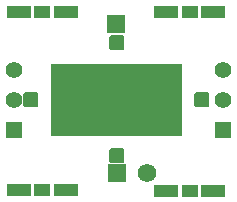
<source format=gbr>
%TF.GenerationSoftware,Altium Limited,Altium Designer,21.8.1 (53)*%
G04 Layer_Color=8388736*
%FSLAX26Y26*%
%MOIN*%
%TF.SameCoordinates,2531CBD8-4BF0-4D0B-A877-44D4BE5F07E3*%
%TF.FilePolarity,Negative*%
%TF.FileFunction,Soldermask,Top*%
%TF.Part,Single*%
G01*
G75*
%TA.AperFunction,SMDPad,CuDef*%
%ADD12R,0.078740X0.044291*%
%ADD13R,0.055118X0.044291*%
G04:AMPARAMS|DCode=14|XSize=50mil|YSize=50mil|CornerRadius=6.25mil|HoleSize=0mil|Usage=FLASHONLY|Rotation=0.000|XOffset=0mil|YOffset=0mil|HoleType=Round|Shape=RoundedRectangle|*
%AMROUNDEDRECTD14*
21,1,0.050000,0.037500,0,0,0.0*
21,1,0.037500,0.050000,0,0,0.0*
1,1,0.012500,0.018750,-0.018750*
1,1,0.012500,-0.018750,-0.018750*
1,1,0.012500,-0.018750,0.018750*
1,1,0.012500,0.018750,0.018750*
%
%ADD14ROUNDEDRECTD14*%
%TA.AperFunction,ComponentPad*%
%ADD18C,0.061811*%
%ADD19R,0.061811X0.061811*%
%ADD20C,0.054685*%
%ADD21R,0.054685X0.054685*%
%TA.AperFunction,ViaPad*%
%ADD22C,0.039370*%
G36*
X220276Y-113189D02*
X-216732D01*
Y126969D01*
X220276D01*
Y-113189D01*
D02*
G37*
D12*
X324843Y-295913D02*
D03*
X167362D02*
D03*
X-167362Y300197D02*
D03*
X-324843D02*
D03*
X324843D02*
D03*
X167362D02*
D03*
X-167362Y-295531D02*
D03*
X-324843D02*
D03*
D13*
X246102Y-295913D02*
D03*
X-246102Y300197D02*
D03*
X246102D02*
D03*
X-246102Y-295531D02*
D03*
D14*
X1772Y196890D02*
D03*
Y-180315D02*
D03*
X287402Y6890D02*
D03*
X-283858D02*
D03*
D18*
X102362Y-238189D02*
D03*
D19*
X2362D02*
D03*
X984Y257874D02*
D03*
D20*
X-340551Y106496D02*
D03*
Y6496D02*
D03*
X356299Y105906D02*
D03*
Y5906D02*
D03*
D21*
X-340551Y-93504D02*
D03*
X356299Y-94094D02*
D03*
D22*
X-50197Y-82677D02*
D03*
X-148622Y35433D02*
D03*
X-99409Y-23622D02*
D03*
Y35433D02*
D03*
Y94488D02*
D03*
X-50197Y-23622D02*
D03*
Y35433D02*
D03*
Y94488D02*
D03*
X-99409Y-82677D02*
D03*
X-984Y-23622D02*
D03*
Y35433D02*
D03*
Y-82677D02*
D03*
X-148622D02*
D03*
Y-23622D02*
D03*
Y94488D02*
D03*
X-984D02*
D03*
X146654Y-82677D02*
D03*
X97441D02*
D03*
X48228D02*
D03*
Y-23622D02*
D03*
Y35433D02*
D03*
Y94488D02*
D03*
X97441Y-23622D02*
D03*
Y35433D02*
D03*
Y94488D02*
D03*
X146654Y-23622D02*
D03*
Y35433D02*
D03*
Y94488D02*
D03*
%TF.MD5,4b4fe90a38d10528a48834d7cf9ef3b7*%
M02*

</source>
